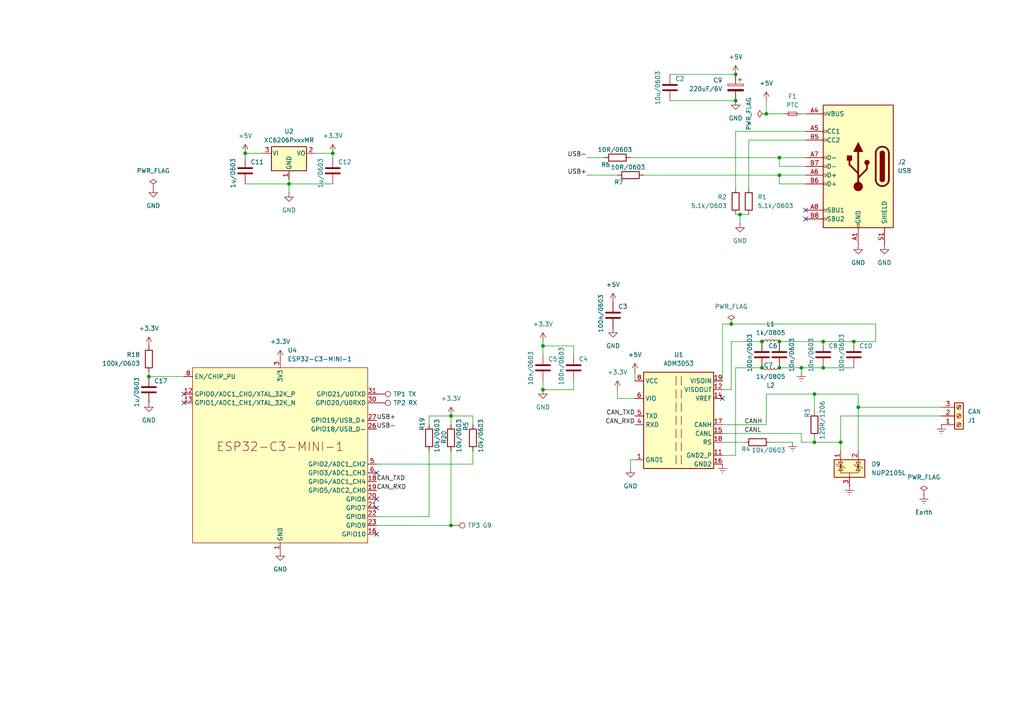
<source format=kicad_sch>
(kicad_sch (version 20250114) (generator "eeschema") (generator_version "9.0")
  (paper "A4")
  (lib_symbols
    (symbol "Connector:Screw_Terminal_01x03" (pin_names (offset 1.016) (hide yes))
      (property "Reference" "J" (at 0 5.08 0))
      (property "Value" "Screw_Terminal_01x03" (at 0 -5.08 0))
      (symbol "Screw_Terminal_01x03_1_1"
        (rectangle (start -1.27 3.81) (end 1.27 -3.81) (stroke (width 0.254)) (fill (type background)))
        (polyline (pts (xy -0.5334 2.8702) (xy 0.3302 2.032)) (stroke (width 0.1524)))
        (polyline (pts (xy -0.5334 0.3302) (xy 0.3302 -0.508)) (stroke (width 0.1524)))
        (polyline (pts (xy -0.5334 -2.2098) (xy 0.3302 -3.048)) (stroke (width 0.1524)))
        (polyline (pts (xy -0.3556 3.048) (xy 0.508 2.2098)) (stroke (width 0.1524)))
        (polyline (pts (xy -0.3556 0.508) (xy 0.508 -0.3302)) (stroke (width 0.1524)))
        (polyline (pts (xy -0.3556 -2.032) (xy 0.508 -2.8702)) (stroke (width 0.1524)))
        (circle (center 0 2.54) (radius 0.635) (stroke (width 0.1524)))
        (circle (center 0 0) (radius 0.635) (stroke (width 0.1524)))
        (circle (center 0 -2.54) (radius 0.635) (stroke (width 0.1524)))
        (pin passive line (at -5.08 2.54 0) (length 3.81) (name "Pin_1") (number "1"))
        (pin passive line (at -5.08 0 0) (length 3.81) (name "Pin_2") (number "2"))
        (pin passive line (at -5.08 -2.54 0) (length 3.81) (name "Pin_3") (number "3"))
      )
    )
    (symbol "Connector:TestPoint" (pin_numbers (hide yes)) (pin_names (offset 0.762) (hide yes))
      (property "Reference" "TP" (at 0 6.858 0))
      (property "Value" "TestPoint" (at 0 5.08 0))
      (symbol "TestPoint_0_1"
        (circle (center 0 3.302) (radius 0.762))
      )
      (symbol "TestPoint_1_1"
        (pin passive line (at 0 0 90) (length 2.54) (name "1") (number "1"))
      )
    )
    (symbol "Connector:USB_C_Receptacle_USB2.0_16P" (pin_names (offset 1.016))
      (property "Reference" "J" (at 0 22.225 0))
      (property "Value" "USB_C_Receptacle_USB2.0_16P" (at 0 19.685 0))
      (symbol "USB_C_Receptacle_USB2.0_16P_0_0"
        (rectangle (start -0.254 -17.78) (end 0.254 -16.764))
        (rectangle (start 10.16 15.494) (end 9.144 14.986))
        (rectangle (start 10.16 10.414) (end 9.144 9.906))
        (rectangle (start 10.16 7.874) (end 9.144 7.366))
        (rectangle (start 10.16 2.794) (end 9.144 2.286))
        (rectangle (start 10.16 0.254) (end 9.144 -0.254))
        (rectangle (start 10.16 -2.286) (end 9.144 -2.794))
        (rectangle (start 10.16 -4.826) (end 9.144 -5.334))
        (rectangle (start 10.16 -12.446) (end 9.144 -12.954))
        (rectangle (start 10.16 -14.986) (end 9.144 -15.494))
      )
      (symbol "USB_C_Receptacle_USB2.0_16P_0_1"
        (rectangle (start -10.16 17.78) (end 10.16 -17.78) (stroke (width 0.254)) (fill (type background)))
        (polyline (pts (xy -8.89 -3.81) (xy -8.89 3.81)) (stroke (width 0.508)))
        (rectangle (start -7.62 -3.81) (end -6.35 3.81) (stroke (width 0.254)) (fill (type outline)))
        (arc (start -7.62 3.81) (mid -6.985 4.4423) (end -6.35 3.81) (stroke (width 0.254)))
        (arc (start -7.62 3.81) (mid -6.985 4.4423) (end -6.35 3.81) (stroke (width 0.254)) (fill (type outline)))
        (arc (start -8.89 3.81) (mid -6.985 5.7067) (end -5.08 3.81) (stroke (width 0.508)))
        (arc (start -5.08 -3.81) (mid -6.985 -5.7067) (end -8.89 -3.81) (stroke (width 0.508)))
        (arc (start -6.35 -3.81) (mid -6.985 -4.4423) (end -7.62 -3.81) (stroke (width 0.254)))
        (arc (start -6.35 -3.81) (mid -6.985 -4.4423) (end -7.62 -3.81) (stroke (width 0.254)) (fill (type outline)))
        (polyline (pts (xy -5.08 3.81) (xy -5.08 -3.81)) (stroke (width 0.508)))
        (circle (center -2.54 1.143) (radius 0.635) (stroke (width 0.254)) (fill (type outline)))
        (polyline (pts (xy -1.27 4.318) (xy 0 6.858) (xy 1.27 4.318) (xy -1.27 4.318)) (stroke (width 0.254)) (fill (type outline)))
        (polyline (pts (xy 0 -2.032) (xy 2.54 0.508) (xy 2.54 1.778)) (stroke (width 0.508)))
        (polyline (pts (xy 0 -3.302) (xy -2.54 -0.762) (xy -2.54 0.508)) (stroke (width 0.508)))
        (polyline (pts (xy 0 -5.842) (xy 0 4.318)) (stroke (width 0.508)))
        (circle (center 0 -5.842) (radius 1.27) (fill (type outline)))
        (rectangle (start 1.905 1.778) (end 3.175 3.048) (stroke (width 0.254)) (fill (type outline)))
      )
      (symbol "USB_C_Receptacle_USB2.0_16P_1_1"
        (pin passive line (at -7.62 -22.86 90) (length 5.08) (name "SHIELD") (number "S1"))
        (pin passive line (at 0 -22.86 90) (length 5.08) (name "GND") (number "A1"))
        (pin passive line (at 0 -22.86 90) (length 5.08) (hide yes) (name "GND") (number "A12"))
        (pin passive line (at 0 -22.86 90) (length 5.08) (hide yes) (name "GND") (number "B1"))
        (pin passive line (at 0 -22.86 90) (length 5.08) (hide yes) (name "GND") (number "B12"))
        (pin passive line (at 15.24 15.24 180) (length 5.08) (name "VBUS") (number "A4"))
        (pin passive line (at 15.24 15.24 180) (length 5.08) (hide yes) (name "VBUS") (number "A9"))
        (pin passive line (at 15.24 15.24 180) (length 5.08) (hide yes) (name "VBUS") (number "B4"))
        (pin passive line (at 15.24 15.24 180) (length 5.08) (hide yes) (name "VBUS") (number "B9"))
        (pin bidirectional line (at 15.24 10.16 180) (length 5.08) (name "CC1") (number "A5"))
        (pin bidirectional line (at 15.24 7.62 180) (length 5.08) (name "CC2") (number "B5"))
        (pin bidirectional line (at 15.24 2.54 180) (length 5.08) (name "D-") (number "A7"))
        (pin bidirectional line (at 15.24 0 180) (length 5.08) (name "D-") (number "B7"))
        (pin bidirectional line (at 15.24 -2.54 180) (length 5.08) (name "D+") (number "A6"))
        (pin bidirectional line (at 15.24 -5.08 180) (length 5.08) (name "D+") (number "B6"))
        (pin bidirectional line (at 15.24 -12.7 180) (length 5.08) (name "SBU1") (number "A8"))
        (pin bidirectional line (at 15.24 -15.24 180) (length 5.08) (name "SBU2") (number "B8"))
      )
    )
    (symbol "Device:C" (pin_numbers (hide yes)) (pin_names (offset 0.254))
      (property "Reference" "C" (at 0.635 2.54 0))
      (property "Value" "C" (at 0.635 -2.54 0))
      (symbol "C_0_1"
        (polyline (pts (xy -2.032 0.762) (xy 2.032 0.762)) (stroke (width 0.508)))
        (polyline (pts (xy -2.032 -0.762) (xy 2.032 -0.762)) (stroke (width 0.508)))
      )
      (symbol "C_1_1"
        (pin passive line (at 0 3.81 270) (length 2.794) (name "~") (number "1"))
        (pin passive line (at 0 -3.81 90) (length 2.794) (name "~") (number "2"))
      )
    )
    (symbol "Device:C_Polarized" (pin_numbers (hide yes)) (pin_names (offset 0.254))
      (property "Reference" "C" (at 0.635 2.54 0))
      (property "Value" "C_Polarized" (at 0.635 -2.54 0))
      (symbol "C_Polarized_0_1"
        (rectangle (start -2.286 0.508) (end 2.286 1.016))
        (polyline (pts (xy -1.778 2.286) (xy -0.762 2.286)))
        (polyline (pts (xy -1.27 2.794) (xy -1.27 1.778)))
        (rectangle (start 2.286 -0.508) (end -2.286 -1.016) (fill (type outline)))
      )
      (symbol "C_Polarized_1_1"
        (pin passive line (at 0 3.81 270) (length 2.794) (name "~") (number "1"))
        (pin passive line (at 0 -3.81 90) (length 2.794) (name "~") (number "2"))
      )
    )
    (symbol "Device:Fuse_Small" (pin_numbers (hide yes)) (pin_names (offset 0.254) (hide yes))
      (property "Reference" "F" (at 0 -1.524 0))
      (property "Value" "Fuse_Small" (at 0 1.524 0))
      (symbol "Fuse_Small_0_1"
        (rectangle (start -1.27 0.508) (end 1.27 -0.508))
        (polyline (pts (xy -1.27 0) (xy 1.27 0)))
      )
      (symbol "Fuse_Small_1_1"
        (pin passive line (at -2.54 0 0) (length 1.27) (name "~") (number "1"))
        (pin passive line (at 2.54 0 180) (length 1.27) (name "~") (number "2"))
      )
    )
    (symbol "Device:L_Small" (pin_numbers (hide yes)) (pin_names (offset 0.254) (hide yes))
      (property "Reference" "L" (at 0.762 1.016 0))
      (property "Value" "L_Small" (at 0.762 -1.016 0))
      (symbol "L_Small_0_1"
        (arc (start 0 2.032) (mid 0.5058 1.524) (end 0 1.016))
        (arc (start 0 1.016) (mid 0.5058 0.508) (end 0 0))
        (arc (start 0 0) (mid 0.5058 -0.508) (end 0 -1.016))
        (arc (start 0 -1.016) (mid 0.5058 -1.524) (end 0 -2.032))
      )
      (symbol "L_Small_1_1"
        (pin passive line (at 0 2.54 270) (length 0.508) (name "~") (number "1"))
        (pin passive line (at 0 -2.54 90) (length 0.508) (name "~") (number "2"))
      )
    )
    (symbol "Device:R" (pin_numbers (hide yes)) (pin_names (offset 0))
      (property "Reference" "R" (at 2.032 0 90))
      (property "Value" "R" (at 0 0 90))
      (symbol "R_0_1"
        (rectangle (start -1.016 -2.54) (end 1.016 2.54) (stroke (width 0.254)))
      )
      (symbol "R_1_1"
        (pin passive line (at 0 3.81 270) (length 1.27) (name "~") (number "1"))
        (pin passive line (at 0 -3.81 90) (length 1.27) (name "~") (number "2"))
      )
    )
    (symbol "Interface_CAN_LIN:ADM3053"
      (property "Reference" "U1" (at 0 17.78 0))
      (property "Value" "ADM3053" (at 0 15.24 0))
      (symbol "ADM3053_0_1"
        (rectangle (start -10.16 12.7) (end 10.16 -15.24) (stroke (width 0.254)) (fill (type background)))
        (polyline (pts (xy -0.762 11.43) (xy -0.762 8.89)))
        (polyline (pts (xy -0.762 7.62) (xy -0.762 5.08)))
        (polyline (pts (xy -0.762 3.81) (xy -0.762 1.27)))
        (polyline (pts (xy -0.762 0) (xy -0.762 -2.54)))
        (polyline (pts (xy -0.762 -3.81) (xy -0.762 -6.35)))
        (polyline (pts (xy -0.762 -7.62) (xy -0.762 -10.16)))
        (polyline (pts (xy -0.762 -11.43) (xy -0.762 -13.97)))
        (polyline (pts (xy 0.762 8.89) (xy 0.762 11.43)))
        (polyline (pts (xy 0.762 5.08) (xy 0.762 7.62)))
        (polyline (pts (xy 0.762 1.27) (xy 0.762 3.81)))
        (polyline (pts (xy 0.762 -2.54) (xy 0.762 0)))
        (polyline (pts (xy 0.762 -3.81) (xy 0.762 -6.35)))
        (polyline (pts (xy 0.762 -7.62) (xy 0.762 -10.16)))
        (polyline (pts (xy 0.762 -11.43) (xy 0.762 -13.97)))
      )
      (symbol "ADM3053_1_1"
        (pin power_in line (at -12.7 10.16 0) (length 2.54) (name "VCC") (number "8"))
        (pin power_in line (at -12.7 5.08 0) (length 2.54) (name "VIO") (number "6"))
        (pin input line (at -12.7 0 0) (length 2.54) (name "TXD") (number "5"))
        (pin output line (at -12.7 -2.54 0) (length 2.54) (name "RXD") (number "4"))
        (pin power_in line (at -12.7 -12.7 0) (length 2.54) (name "GND1") (number "1"))
        (pin passive line (at -12.7 -12.7 0) (length 2.54) (hide yes) (name "GND1") (number "10"))
        (pin passive line (at -12.7 -12.7 0) (length 2.54) (hide yes) (name "GND1") (number "3"))
        (pin passive line (at -12.7 -12.7 0) (length 2.54) (hide yes) (name "GND1") (number "7"))
        (pin passive line (at -12.7 -12.7 0) (length 2.54) (hide yes) (name "GND1") (number "9"))
        (pin no_connect line (at -2.54 -15.24 90) (length 2.54) (hide yes) (name "NC") (number "2"))
        (pin power_in line (at 12.7 10.16 180) (length 2.54) (name "VISOIN") (number "19"))
        (pin power_out line (at 12.7 7.62 180) (length 2.54) (name "VISOOUT") (number "12"))
        (pin input line (at 12.7 5.08 180) (length 2.54) (name "VREF") (number "14"))
        (pin bidirectional line (at 12.7 -2.54 180) (length 2.54) (name "CANH") (number "17"))
        (pin bidirectional line (at 12.7 -5.08 180) (length 2.54) (name "CANL") (number "15"))
        (pin input line (at 12.7 -7.62 180) (length 2.54) (name "RS") (number "18"))
        (pin passive line (at 12.7 -11.43 180) (length 2.54) (name "GND2_P") (number "11"))
        (pin passive line (at 12.7 -11.43 180) (length 2.54) (hide yes) (name "GND2_P") (number "13"))
        (pin passive line (at 12.7 -13.97 180) (length 2.54) (name "GND2") (number "16"))
        (pin passive line (at 12.7 -13.97 180) (length 2.54) (hide yes) (name "GND2") (number "20"))
      )
    )
    (symbol "Power_Protection:NUP2105L" (pin_names (hide yes))
      (property "Reference" "D" (at 5.715 2.54 0))
      (property "Value" "NUP2105L" (at 5.715 0.635 0))
      (symbol "NUP2105L_0_0"
        (pin passive line (at 0 -5.08 90) (length 2.54) (name "A") (number "3"))
      )
      (symbol "NUP2105L_0_1"
        (rectangle (start -4.445 2.54) (end 4.445 -2.54) (stroke (width 0.254)) (fill (type background)))
        (polyline (pts (xy -3.81 1.27) (xy -3.175 0.635) (xy -1.905 0.635) (xy -1.27 0)))
        (polyline (pts (xy -2.54 2.54) (xy -2.54 0.635)))
        (polyline (pts (xy -2.54 0.635) (xy -2.54 -1.27) (xy 2.54 -1.27) (xy 2.54 0.635)))
        (polyline (pts (xy -2.54 0.635) (xy -1.905 -0.635) (xy -3.175 -0.635) (xy -2.54 0.635)))
        (polyline (pts (xy -2.54 0.635) (xy -3.175 1.905) (xy -1.905 1.905) (xy -2.54 0.635) (xy -2.54 1.27)))
        (polyline (pts (xy 0 -1.27) (xy 0 -2.54)))
        (polyline (pts (xy 1.27 1.27) (xy 1.905 0.635) (xy 2.54 0.635) (xy 3.175 0.635) (xy 3.81 0)))
        (polyline (pts (xy 2.54 2.54) (xy 2.54 0.635)))
        (polyline (pts (xy 2.54 0.635) (xy 1.905 -0.635) (xy 3.175 -0.635) (xy 2.54 0.635)))
        (polyline (pts (xy 2.54 0.635) (xy 3.175 1.905) (xy 1.905 1.905) (xy 2.54 0.635)))
      )
      (symbol "NUP2105L_1_1"
        (pin passive line (at -2.54 5.08 270) (length 2.54) (name "K") (number "1"))
        (pin passive line (at 2.54 5.08 270) (length 2.54) (name "K") (number "2"))
      )
    )
    (symbol "Regulator_Linear:XC6206PxxxMR" (pin_names (offset 0.254))
      (property "Reference" "U" (at -3.81 3.175 0))
      (property "Value" "XC6206PxxxMR" (at 0 3.175 0))
      (symbol "XC6206PxxxMR_0_1"
        (rectangle (start -5.08 1.905) (end 5.08 -5.08) (stroke (width 0.254)) (fill (type background)))
      )
      (symbol "XC6206PxxxMR_1_1"
        (pin power_in line (at -7.62 0 0) (length 2.54) (name "VI") (number "3"))
        (pin power_in line (at 0 -7.62 90) (length 2.54) (name "GND") (number "1"))
        (pin power_out line (at 7.62 0 180) (length 2.54) (name "VO") (number "2"))
      )
    )
    (symbol "espressif:ESP32-C3-MINI-1"
      (property "Reference" "U" (at -25.4 30.48 0))
      (property "Value" "ESP32-C3-MINI-1" (at -25.4 27.94 0))
      (symbol "ESP32-C3-MINI-1_0_0"
        (text "ESP32-C3-MINI-1" (at 0 2.54 0) (effects (font (size 2.54 2.54))))
      )
      (symbol "ESP32-C3-MINI-1_0_1"
        (rectangle (start -25.4 25.4) (end 25.4 -25.4) (fill (type background)))
      )
      (symbol "ESP32-C3-MINI-1_1_1"
        (pin input line (at -27.94 22.86 0) (length 2.54) (name "EN/CHIP_PU") (number "8"))
        (pin bidirectional line (at -27.94 17.78 0) (length 2.54) (name "GPIO0/ADC1_CH0/XTAL_32K_P") (number "12"))
        (pin bidirectional line (at -27.94 15.24 0) (length 2.54) (name "GPIO1/ADC1_CH1/XTAL_32K_N") (number "13"))
        (pin no_connect line (at -25.4 10.16 0) (length 2.54) (hide yes) (name "NC") (number "4"))
        (pin no_connect line (at -25.4 7.62 0) (length 2.54) (hide yes) (name "NC") (number "7"))
        (pin no_connect line (at -25.4 5.08 0) (length 2.54) (hide yes) (name "NC") (number "9"))
        (pin no_connect line (at -25.4 2.54 0) (length 2.54) (hide yes) (name "NC") (number "10"))
        (pin no_connect line (at -25.4 0 0) (length 2.54) (hide yes) (name "NC") (number "15"))
        (pin no_connect line (at -25.4 -2.54 0) (length 2.54) (hide yes) (name "NC") (number "17"))
        (pin no_connect line (at -25.4 -5.08 0) (length 2.54) (hide yes) (name "NC") (number "24"))
        (pin no_connect line (at -25.4 -7.62 0) (length 2.54) (hide yes) (name "NC") (number "25"))
        (pin no_connect line (at -25.4 -10.16 0) (length 2.54) (hide yes) (name "NC") (number "28"))
        (pin no_connect line (at -25.4 -12.7 0) (length 2.54) (hide yes) (name "NC") (number "29"))
        (pin no_connect line (at -25.4 -15.24 0) (length 2.54) (hide yes) (name "NC") (number "32"))
        (pin no_connect line (at -25.4 -17.78 0) (length 2.54) (hide yes) (name "NC") (number "33"))
        (pin no_connect line (at -25.4 -20.32 0) (length 2.54) (hide yes) (name "NC") (number "34"))
        (pin no_connect line (at -25.4 -22.86 0) (length 2.54) (hide yes) (name "NC") (number "35"))
        (pin power_in line (at 0 27.94 270) (length 2.54) (name "3V3") (number "3"))
        (pin power_in line (at 0 -27.94 90) (length 2.54) (name "GND") (number "1"))
        (pin passive line (at 0 -27.94 90) (length 2.54) (hide yes) (name "GND") (number "11"))
        (pin passive line (at 0 -27.94 90) (length 2.54) (hide yes) (name "GND") (number "14"))
        (pin passive line (at 0 -27.94 90) (length 2.54) (hide yes) (name "GND") (number "2"))
        (pin passive line (at 0 -27.94 90) (length 2.54) (hide yes) (name "GND") (number "36"))
        (pin passive line (at 0 -27.94 90) (length 2.54) (hide yes) (name "GND") (number "37"))
        (pin passive line (at 0 -27.94 90) (length 2.54) (hide yes) (name "GND") (number "38"))
        (pin passive line (at 0 -27.94 90) (length 2.54) (hide yes) (name "GND") (number "39"))
        (pin passive line (at 0 -27.94 90) (length 2.54) (hide yes) (name "GND") (number "40"))
        (pin passive line (at 0 -27.94 90) (length 2.54) (hide yes) (name "GND") (number "41"))
        (pin passive line (at 0 -27.94 90) (length 2.54) (hide yes) (name "GND") (number "42"))
        (pin passive line (at 0 -27.94 90) (length 2.54) (hide yes) (name "GND") (number "43"))
        (pin passive line (at 0 -27.94 90) (length 2.54) (hide yes) (name "GND") (number "44"))
        (pin passive line (at 0 -27.94 90) (length 2.54) (hide yes) (name "GND") (number "45"))
        (pin passive line (at 0 -27.94 90) (length 2.54) (hide yes) (name "GND") (number "46"))
        (pin passive line (at 0 -27.94 90) (length 2.54) (hide yes) (name "GND") (number "47"))
        (pin passive line (at 0 -27.94 90) (length 2.54) (hide yes) (name "GND") (number "48"))
        (pin passive line (at 0 -27.94 90) (length 2.54) (hide yes) (name "GND") (number "49"))
        (pin passive line (at 0 -27.94 90) (length 2.54) (hide yes) (name "GND") (number "50"))
        (pin passive line (at 0 -27.94 90) (length 2.54) (hide yes) (name "GND") (number "51"))
        (pin passive line (at 0 -27.94 90) (length 2.54) (hide yes) (name "GND") (number "52"))
        (pin passive line (at 0 -27.94 90) (length 2.54) (hide yes) (name "GND") (number "53"))
        (pin bidirectional line (at 27.94 17.78 180) (length 2.54) (name "GPIO21/U0TXD") (number "31"))
        (pin bidirectional line (at 27.94 15.24 180) (length 2.54) (name "GPIO20/U0RXD") (number "30"))
        (pin bidirectional line (at 27.94 10.16 180) (length 2.54) (name "GPIO19/USB_D+") (number "27"))
        (pin bidirectional line (at 27.94 7.62 180) (length 2.54) (name "GPIO18/USB_D-") (number "26"))
        (pin bidirectional line (at 27.94 -2.54 180) (length 2.54) (name "GPIO2/ADC1_CH2") (number "5"))
        (pin bidirectional line (at 27.94 -5.08 180) (length 2.54) (name "GPIO3/ADC1_CH3") (number "6"))
        (pin bidirectional line (at 27.94 -7.62 180) (length 2.54) (name "GPIO4/ADC1_CH4") (number "18"))
        (pin bidirectional line (at 27.94 -10.16 180) (length 2.54) (name "GPIO5/ADC2_CH0") (number "19"))
        (pin bidirectional line (at 27.94 -12.7 180) (length 2.54) (name "GPIO6") (number "20"))
        (pin bidirectional line (at 27.94 -15.24 180) (length 2.54) (name "GPIO7") (number "21"))
        (pin bidirectional line (at 27.94 -17.78 180) (length 2.54) (name "GPIO8") (number "22"))
        (pin bidirectional line (at 27.94 -20.32 180) (length 2.54) (name "GPIO9") (number "23"))
        (pin bidirectional line (at 27.94 -22.86 180) (length 2.54) (name "GPIO10") (number "16"))
      )
    )
    (symbol "power:+3.3V" (power) (pin_numbers (hide yes)) (pin_names (offset 0) (hide yes))
      (property "Value" "+3.3V" (at 0 3.556 0))
      (symbol "+3.3V_0_1"
        (polyline (pts (xy -0.762 1.27) (xy 0 2.54)))
        (polyline (pts (xy 0 2.54) (xy 0.762 1.27)))
        (polyline (pts (xy 0 0) (xy 0 2.54)))
      )
      (symbol "+3.3V_1_1"
        (pin power_in line (at 0 0 90) (length 0) (name "~") (number "1"))
      )
    )
    (symbol "power:+5V" (power) (pin_numbers (hide yes)) (pin_names (offset 0) (hide yes))
      (property "Value" "+5V" (at 0 3.556 0))
      (symbol "+5V_0_1"
        (polyline (pts (xy -0.762 1.27) (xy 0 2.54)))
        (polyline (pts (xy 0 2.54) (xy 0.762 1.27)))
        (polyline (pts (xy 0 0) (xy 0 2.54)))
      )
      (symbol "+5V_1_1"
        (pin power_in line (at 0 0 90) (length 0) (name "~") (number "1"))
      )
    )
    (symbol "power:Earth" (power) (pin_numbers (hide yes)) (pin_names (offset 0) (hide yes))
      (property "Value" "Earth" (at 0 -3.81 0))
      (symbol "Earth_0_1"
        (polyline (pts (xy -0.635 -1.905) (xy 0.635 -1.905)))
        (polyline (pts (xy -0.127 -2.54) (xy 0.127 -2.54)))
        (polyline (pts (xy 0 -1.27) (xy 0 0)))
        (polyline (pts (xy 1.27 -1.27) (xy -1.27 -1.27)))
      )
      (symbol "Earth_1_1"
        (pin power_in line (at 0 0 270) (length 0) (name "~") (number "1"))
      )
    )
    (symbol "power:GND" (power) (pin_numbers (hide yes)) (pin_names (offset 0) (hide yes))
      (property "Value" "GND" (at 0 -3.81 0))
      (symbol "GND_0_1"
        (polyline (pts (xy 0 0) (xy 0 -1.27) (xy 1.27 -1.27) (xy 0 -2.54) (xy -1.27 -1.27) (xy 0 -1.27)))
      )
      (symbol "GND_1_1"
        (pin power_in line (at 0 0 270) (length 0) (name "~") (number "1"))
      )
    )
    (symbol "power:PWR_FLAG" (power) (pin_numbers (hide yes)) (pin_names (offset 0) (hide yes))
      (property "Value" "PWR_FLAG" (at 0 3.81 0))
      (symbol "PWR_FLAG_0_0"
        (pin power_out line (at 0 0 90) (length 0) (name "~") (number "1"))
      )
      (symbol "PWR_FLAG_0_1"
        (polyline (pts (xy 0 0) (xy 0 1.27) (xy -1.016 1.905) (xy 0 2.54) (xy 1.016 1.905) (xy 0 1.27)))
      )
    )
  )
  (junction (at 247.65 99.06))
  (junction (at 238.76 106.68))
  (junction (at 157.48 100.33))
  (junction (at 232.41 106.68))
  (junction (at 222.25 33.02))
  (junction (at 96.52 44.45))
  (junction (at 213.36 29.21))
  (junction (at 213.36 21.59))
  (junction (at 248.92 118.11))
  (junction (at 212.09 93.98))
  (junction (at 130.81 120.65))
  (junction (at 157.48 113.03))
  (junction (at 226.06 50.8))
  (junction (at 226.06 45.72))
  (junction (at 130.81 152.4))
  (junction (at 236.22 128.27))
  (junction (at 226.06 99.06))
  (junction (at 226.06 106.68))
  (junction (at 71.12 44.45))
  (junction (at 243.84 128.27))
  (junction (at 220.98 99.06))
  (junction (at 220.98 106.68))
  (junction (at 238.76 99.06))
  (junction (at 83.82 53.34))
  (junction (at 43.18 109.22))
  (junction (at 236.22 114.3))
  (junction (at 214.63 62.23))
  (no_connect (at 109.22 137.16))
  (no_connect (at 233.68 60.96))
  (no_connect (at 233.68 63.5))
  (no_connect (at 209.55 115.57))
  (no_connect (at 109.22 154.94))
  (no_connect (at 109.22 144.78))
  (no_connect (at 53.34 114.3))
  (no_connect (at 109.22 147.32))
  (no_connect (at 53.34 116.84))
  (wire (pts (xy 243.84 120.65) (xy 243.84 128.27)))
  (wire (pts (xy 226.06 99.06) (xy 238.76 99.06)))
  (wire (pts (xy 233.68 38.1) (xy 213.36 38.1)))
  (wire (pts (xy 232.41 106.68) (xy 238.76 106.68)))
  (wire (pts (xy 247.65 99.06) (xy 254 99.06)))
  (wire (pts (xy 209.55 93.98) (xy 209.55 110.49)))
  (wire (pts (xy 213.36 106.68) (xy 213.36 132.08)))
  (wire (pts (xy 184.15 115.57) (xy 179.07 115.57)))
  (wire (pts (xy 166.37 102.87) (xy 166.37 100.33)))
  (wire (pts (xy 170.18 50.8) (xy 179.07 50.8)))
  (wire (pts (xy 238.76 99.06) (xy 247.65 99.06)))
  (wire (pts (xy 83.82 53.34) (xy 96.52 53.34)))
  (wire (pts (xy 248.92 118.11) (xy 273.05 118.11)))
  (wire (pts (xy 184.15 107.95) (xy 184.15 110.49)))
  (wire (pts (xy 71.12 45.72) (xy 71.12 44.45)))
  (wire (pts (xy 243.84 130.81) (xy 243.84 128.27)))
  (wire (pts (xy 222.25 114.3) (xy 222.25 123.19)))
  (wire (pts (xy 217.17 40.64) (xy 217.17 54.61)))
  (wire (pts (xy 166.37 100.33) (xy 157.48 100.33)))
  (wire (pts (xy 137.16 134.62) (xy 137.16 130.81)))
  (wire (pts (xy 91.44 44.45) (xy 96.52 44.45)))
  (wire (pts (xy 124.46 149.86) (xy 124.46 130.81)))
  (wire (pts (xy 83.82 52.07) (xy 83.82 53.34)))
  (wire (pts (xy 209.55 128.27) (xy 215.9 128.27)))
  (wire (pts (xy 236.22 128.27) (xy 236.22 127)))
  (wire (pts (xy 137.16 120.65) (xy 137.16 123.19)))
  (wire (pts (xy 83.82 53.34) (xy 83.82 55.88)))
  (wire (pts (xy 226.06 53.34) (xy 226.06 50.8)))
  (wire (pts (xy 212.09 113.03) (xy 212.09 99.06)))
  (wire (pts (xy 130.81 152.4) (xy 130.81 130.81)))
  (wire (pts (xy 248.92 114.3) (xy 236.22 114.3)))
  (wire (pts (xy 186.69 50.8) (xy 226.06 50.8)))
  (wire (pts (xy 124.46 123.19) (xy 124.46 120.65)))
  (wire (pts (xy 232.41 33.02) (xy 233.68 33.02)))
  (wire (pts (xy 137.16 120.65) (xy 130.81 120.65)))
  (wire (pts (xy 179.07 115.57) (xy 179.07 113.03)))
  (wire (pts (xy 232.41 107.95) (xy 232.41 106.68)))
  (wire (pts (xy 233.68 48.26) (xy 226.06 48.26)))
  (wire (pts (xy 157.48 100.33) (xy 157.48 102.87)))
  (wire (pts (xy 226.06 48.26) (xy 226.06 45.72)))
  (wire (pts (xy 226.06 45.72) (xy 182.88 45.72)))
  (wire (pts (xy 96.52 44.45) (xy 96.52 45.72)))
  (wire (pts (xy 109.22 152.4) (xy 130.81 152.4)))
  (wire (pts (xy 43.18 107.95) (xy 43.18 109.22)))
  (wire (pts (xy 157.48 110.49) (xy 157.48 113.03)))
  (wire (pts (xy 222.25 33.02) (xy 222.25 29.21)))
  (wire (pts (xy 213.36 132.08) (xy 209.55 132.08)))
  (wire (pts (xy 194.31 29.21) (xy 213.36 29.21)))
  (wire (pts (xy 248.92 118.11) (xy 248.92 114.3)))
  (wire (pts (xy 212.09 99.06) (xy 220.98 99.06)))
  (wire (pts (xy 71.12 44.45) (xy 76.2 44.45)))
  (wire (pts (xy 227.33 33.02) (xy 222.25 33.02)))
  (wire (pts (xy 109.22 134.62) (xy 137.16 134.62)))
  (wire (pts (xy 232.41 106.68) (xy 226.06 106.68)))
  (wire (pts (xy 213.36 38.1) (xy 213.36 54.61)))
  (wire (pts (xy 232.41 128.27) (xy 236.22 128.27)))
  (wire (pts (xy 170.18 45.72) (xy 175.26 45.72)))
  (wire (pts (xy 243.84 128.27) (xy 236.22 128.27)))
  (wire (pts (xy 194.31 21.59) (xy 213.36 21.59)))
  (wire (pts (xy 213.36 62.23) (xy 214.63 62.23)))
  (wire (pts (xy 233.68 40.64) (xy 217.17 40.64)))
  (wire (pts (xy 238.76 106.68) (xy 247.65 106.68)))
  (wire (pts (xy 214.63 62.23) (xy 217.17 62.23)))
  (wire (pts (xy 254 99.06) (xy 254 93.98)))
  (wire (pts (xy 166.37 110.49) (xy 166.37 113.03)))
  (wire (pts (xy 233.68 45.72) (xy 226.06 45.72)))
  (wire (pts (xy 226.06 50.8) (xy 233.68 50.8)))
  (wire (pts (xy 222.25 114.3) (xy 236.22 114.3)))
  (wire (pts (xy 209.55 113.03) (xy 212.09 113.03)))
  (wire (pts (xy 157.48 99.06) (xy 157.48 100.33)))
  (wire (pts (xy 209.55 125.73) (xy 232.41 125.73)))
  (wire (pts (xy 43.18 109.22) (xy 53.34 109.22)))
  (wire (pts (xy 184.15 133.35) (xy 182.88 133.35)))
  (wire (pts (xy 236.22 114.3) (xy 236.22 119.38)))
  (wire (pts (xy 212.09 93.98) (xy 209.55 93.98)))
  (wire (pts (xy 166.37 113.03) (xy 157.48 113.03)))
  (wire (pts (xy 254 93.98) (xy 212.09 93.98)))
  (wire (pts (xy 220.98 106.68) (xy 213.36 106.68)))
  (wire (pts (xy 232.41 125.73) (xy 232.41 128.27)))
  (wire (pts (xy 209.55 123.19) (xy 222.25 123.19)))
  (wire (pts (xy 214.63 62.23) (xy 214.63 64.77)))
  (wire (pts (xy 233.68 53.34) (xy 226.06 53.34)))
  (wire (pts (xy 182.88 133.35) (xy 182.88 135.89)))
  (wire (pts (xy 223.52 128.27) (xy 229.87 128.27)))
  (wire (pts (xy 273.05 120.65) (xy 243.84 120.65)))
  (wire (pts (xy 248.92 130.81) (xy 248.92 118.11)))
  (wire (pts (xy 130.81 120.65) (xy 130.81 123.19)))
  (wire (pts (xy 124.46 120.65) (xy 130.81 120.65)))
  (wire (pts (xy 109.22 149.86) (xy 124.46 149.86)))
  (wire (pts (xy 71.12 53.34) (xy 83.82 53.34)))
  (label "USB+" (at 170.18 50.8 180))
  (label "USB-" (at 170.18 45.72 180))
  (label "CANH" (at 215.9 123.19 0))
  (label "USB+" (at 109.22 121.92 0))
  (label "USB-" (at 109.22 124.46 0))
  (label "CAN_TXD" (at 109.22 139.7 0))
  (label "CAN_RXD" (at 109.22 142.24 0))
  (label "CANL" (at 215.9 125.73 0))
  (label "CAN_TXD" (at 184.15 120.65 180))
  (label "CAN_RXD" (at 184.15 123.19 180))
  (symbol (lib_id "Device:R") (at 124.46 127 0) (unit 1)
    (property "Reference" "R19" (at 122.428 124.968 90) (effects (justify left)))
    (property "Value" "10k/0603" (at 126.746 131.318 90) (effects (justify left)))
    (property "Footprint" "Resistor_SMD:R_0603_1608Metric" (effects (hide yes)))
    (property "Description" "Resistor" (effects (hide yes)))
  )
  (symbol (lib_id "power:GND") (at 43.18 116.84 0) (unit 1)
    (property "Reference" "#PWR023" (effects (hide yes)))
    (property "Value" "GND" (at 43.18 121.92 0))
    (property "Description" "Power symbol creates a global label with name \"GND\" , ground" (effects (hide yes)))
  )
  (symbol (lib_id "power:+5V") (at 71.12 44.45 0) (unit 1)
    (property "Reference" "#PWR022" (effects (hide yes)))
    (property "Value" "+5V" (at 71.12 39.37 0))
    (property "Description" "Power symbol creates a global label with name \"+5V\"" (effects (hide yes)))
  )
  (symbol (lib_id "power:+3.3V") (at 130.81 120.65 0) (unit 1)
    (property "Reference" "#PWR028" (effects (hide yes)))
    (property "Value" "+3.3V" (at 130.81 115.57 0))
    (property "Description" "Power symbol creates a global label with name \"+3.3V\"" (effects (hide yes)))
  )
  (symbol (lib_id "power:+3.3V") (at 81.28 104.14 0) (unit 1)
    (property "Reference" "#PWR032" (effects (hide yes)))
    (property "Value" "+3.3V" (at 81.28 99.06 0))
    (property "Description" "Power symbol creates a global label with name \"+3.3V\"" (effects (hide yes)))
  )
  (symbol (lib_id "Device:R") (at 217.17 58.42 180) (unit 1)
    (property "Reference" "R1" (at 219.71 57.1499 0) (effects (justify right)))
    (property "Value" "5.1k/0603" (at 219.71 59.6899 0) (effects (justify right)))
    (property "Footprint" "Resistor_SMD:R_0603_1608Metric" (effects (hide yes)))
    (property "Description" "Resistor" (effects (hide yes)))
  )
  (symbol (lib_id "power:GND") (at 83.82 55.88 0) (unit 1)
    (property "Reference" "#PWR021" (effects (hide yes)))
    (property "Value" "GND" (at 83.82 60.96 0))
    (property "Description" "Power symbol creates a global label with name \"GND\" , ground" (effects (hide yes)))
  )
  (symbol (lib_id "power:+5V") (at 213.36 21.59 0) (unit 1)
    (property "Reference" "#PWR05" (effects (hide yes)))
    (property "Value" "+5V" (at 213.36 16.51 0))
    (property "Description" "Power symbol creates a global label with name \"+5V\"" (effects (hide yes)))
  )
  (symbol (lib_id "Device:R") (at 130.81 127 0) (unit 1)
    (property "Reference" "R20" (at 128.778 128.778 90) (effects (justify left)))
    (property "Value" "10k/0603" (at 133.096 131.318 90) (effects (justify left)))
    (property "Footprint" "Resistor_SMD:R_0603_1608Metric" (effects (hide yes)))
    (property "Description" "Resistor" (effects (hide yes)))
  )
  (symbol (lib_id "Interface_CAN_LIN:ADM3053") (at 196.85 120.65 0) (unit 1)
    (property "Reference" "U1" (at 196.85 102.87 0))
    (property "Value" "ADM3053" (at 196.85 105.41 0))
    (property "Footprint" "Package_SO:SOIC-20W_7.5x12.8mm_P1.27mm" (effects (hide yes)))
    (property "Datasheet" "https://www.analog.com/media/en/technical-documentation/data-sheets/ADM3053.pdf" (effects (hide yes)))
    (property "Description" "Isolated CAN Transceiver, integrated isolated DC-DC converter, 1Mbps" (effects (hide yes)))
  )
  (symbol (lib_id "power:GND") (at 182.88 135.89 0) (unit 1)
    (property "Reference" "#PWR03" (effects (hide yes)))
    (property "Value" "GND" (at 182.88 140.97 0))
    (property "Description" "Power symbol creates a global label with name \"GND\" , ground" (effects (hide yes)))
  )
  (symbol (lib_id "Connector:TestPoint") (at 109.22 114.3 270) (unit 1)
    (property "Reference" "TP1" (at 114.046 114.3 90) (effects (justify left)))
    (property "Value" "TX" (at 118.364 114.3 90) (effects (justify left)))
    (property "Footprint" "TestPoint:TestPoint_Pad_D1.0mm" (effects (hide yes)))
    (property "Description" "test point" (effects (hide yes)))
  )
  (symbol (lib_id "Device:R") (at 213.36 58.42 0) (mirror x) (unit 1)
    (property "Reference" "R2" (at 210.82 57.1499 0) (effects (justify right)))
    (property "Value" "5.1k/0603" (at 210.82 59.6899 0) (effects (justify right)))
    (property "Footprint" "Resistor_SMD:R_0603_1608Metric" (effects (hide yes)))
    (property "Description" "Resistor" (effects (hide yes)))
  )
  (symbol (lib_id "power:+3.3V") (at 96.52 44.45 0) (unit 1)
    (property "Reference" "#PWR025" (effects (hide yes)))
    (property "Value" "+3.3V" (at 96.52 39.37 0))
    (property "Description" "Power symbol creates a global label with name \"+3.3V\"" (effects (hide yes)))
  )
  (symbol (lib_id "power:Earth") (at 273.05 123.19 0) (unit 1)
    (property "Reference" "#PWR017" (effects (hide yes)))
    (property "Value" "Earth" (effects (hide yes)))
    (property "Description" "Power symbol creates a global label with name \"Earth\"" (effects (hide yes)))
  )
  (symbol (lib_id "power:GND") (at 214.63 64.77 0) (unit 1)
    (property "Reference" "#PWR013" (effects (hide yes)))
    (property "Value" "GND" (at 214.63 69.85 0))
    (property "Description" "Power symbol creates a global label with name \"GND\" , ground" (effects (hide yes)))
  )
  (symbol (lib_id "power:+5V") (at 222.25 29.21 0) (unit 1)
    (property "Reference" "#PWR04" (effects (hide yes)))
    (property "Value" "+5V" (at 222.25 24.13 0))
    (property "Description" "Power symbol creates a global label with name \"+5V\"" (effects (hide yes)))
  )
  (symbol (lib_id "power:+5V") (at 184.15 107.95 0) (unit 1)
    (property "Reference" "#PWR09" (effects (hide yes)))
    (property "Value" "+5V" (at 184.15 102.87 0))
    (property "Description" "Power symbol creates a global label with name \"+5V\"" (effects (hide yes)))
  )
  (symbol (lib_id "power:+5V") (at 177.8 87.63 0) (unit 1)
    (property "Reference" "#PWR07" (effects (hide yes)))
    (property "Value" "+5V" (at 177.8 82.55 0))
    (property "Description" "Power symbol creates a global label with name \"+5V\"" (effects (hide yes)))
  )
  (symbol (lib_id "Device:R") (at 179.07 45.72 90) (unit 1)
    (property "Reference" "R6" (at 177.038 47.752 90) (effects (justify left)))
    (property "Value" "10R/0603" (at 183.388 43.434 90) (effects (justify left)))
    (property "Footprint" "Resistor_SMD:R_0603_1608Metric" (effects (hide yes)))
    (property "Description" "Resistor" (effects (hide yes)))
  )
  (symbol (lib_id "power:PWR_FLAG") (at 212.09 93.98 0) (unit 1)
    (property "Reference" "#FLG02" (effects (hide yes)))
    (property "Value" "PWR_FLAG" (at 212.09 88.9 0))
    (property "Description" "Special symbol for telling ERC where power comes from" (effects (hide yes)))
  )
  (symbol (lib_id "Power_Protection:NUP2105L") (at 246.38 135.89 0) (unit 1)
    (property "Reference" "D9" (at 252.73 134.6199 0) (effects (justify left)))
    (property "Value" "NUP2105L" (at 252.73 137.1599 0) (effects (justify left)))
    (property "Footprint" "Package_TO_SOT_SMD:SOT-23" (effects (hide yes)))
    (property "Datasheet" "https://www.onsemi.com/pub_link/Collateral/NUP2105L-D.PDF" (effects (hide yes)))
    (property "Description" "Dual Line CAN Bus Protector, 24Vrwm" (effects (hide yes)))
  )
  (symbol (lib_id "Device:C") (at 157.48 106.68 0) (unit 1)
    (property "Reference" "C5" (at 159.004 104.14 0) (effects (justify left)))
    (property "Value" "10n/0603" (at 153.924 111.76 90) (effects (justify left)))
    (property "Footprint" "Capacitor_SMD:C_0603_1608Metric" (effects (hide yes)))
    (property "Description" "Unpolarized capacitor" (effects (hide yes)))
  )
  (symbol (lib_id "Device:C") (at 96.52 49.53 0) (unit 1)
    (property "Reference" "C12" (at 98.044 46.99 0) (effects (justify left)))
    (property "Value" "1u/0603" (at 92.964 54.61 90) (effects (justify left)))
    (property "Footprint" "Capacitor_SMD:C_0603_1608Metric" (effects (hide yes)))
    (property "Description" "Unpolarized capacitor" (effects (hide yes)))
  )
  (symbol (lib_id "power:GND") (at 157.48 113.03 0) (unit 1)
    (property "Reference" "#PWR011" (effects (hide yes)))
    (property "Value" "GND" (at 157.48 118.11 0))
    (property "Description" "Power symbol creates a global label with name \"GND\" , ground" (effects (hide yes)))
  )
  (symbol (lib_id "Device:C") (at 226.06 102.87 0) (mirror y) (unit 1)
    (property "Reference" "C6" (at 225.552 100.33 0) (effects (justify left)))
    (property "Value" "10n/0603" (at 229.616 107.95 90) (effects (justify left)))
    (property "Footprint" "Capacitor_SMD:C_0603_1608Metric" (effects (hide yes)))
    (property "Description" "Unpolarized capacitor" (effects (hide yes)))
  )
  (symbol (lib_id "power:+3.3V") (at 157.48 99.06 0) (unit 1)
    (property "Reference" "#PWR010" (effects (hide yes)))
    (property "Value" "+3.3V" (at 157.48 93.98 0))
    (property "Description" "Power symbol creates a global label with name \"+3.3V\"" (effects (hide yes)))
  )
  (symbol (lib_id "power:Earth") (at 229.87 128.27 0) (unit 1)
    (property "Reference" "#PWR020" (effects (hide yes)))
    (property "Value" "Earth" (effects (hide yes)))
    (property "Description" "Power symbol creates a global label with name \"Earth\"" (effects (hide yes)))
  )
  (symbol (lib_id "Device:C") (at 238.76 102.87 0) (unit 1)
    (property "Reference" "C8" (at 240.284 100.33 0) (effects (justify left)))
    (property "Value" "10n/0603" (at 235.204 107.95 90) (effects (justify left)))
    (property "Footprint" "Capacitor_SMD:C_0603_1608Metric" (effects (hide yes)))
    (property "Description" "Unpolarized capacitor" (effects (hide yes)))
  )
  (symbol (lib_id "power:GND") (at 256.54 71.12 0) (unit 1)
    (property "Reference" "#PWR015" (effects (hide yes)))
    (property "Value" "GND" (at 256.54 76.2 0))
    (property "Description" "Power symbol creates a global label with name \"GND\" , ground" (effects (hide yes)))
  )
  (symbol (lib_id "Device:R") (at 219.71 128.27 90) (unit 1)
    (property "Reference" "R4" (at 217.678 130.302 90) (effects (justify left)))
    (property "Value" "10k/0603" (at 227.838 130.556 90) (effects (justify left)))
    (property "Footprint" "Resistor_SMD:R_0603_1608Metric" (effects (hide yes)))
    (property "Description" "Resistor" (effects (hide yes)))
  )
  (symbol (lib_id "Connector:Screw_Terminal_01x03") (at 278.13 120.65 0) (mirror x) (unit 1)
    (property "Reference" "J1" (at 280.67 121.9201 0) (effects (justify left)))
    (property "Value" "CAN" (at 280.67 119.3801 0) (effects (justify left)))
    (property "Footprint" "TerminalBlock_Phoenix:TerminalBlock_Phoenix_MKDS-3-3-5.08_1x03_P5.08mm_Horizontal" (effects (hide yes)))
    (property "Description" "Generic screw terminal, single row, 01x03, script generated (kicad-library-utils/schlib/autogen/connector/)" (effects (hide yes)))
  )
  (symbol (lib_id "power:Earth") (at 209.55 134.62 0) (unit 1)
    (property "Reference" "#PWR019" (effects (hide yes)))
    (property "Value" "Earth" (effects (hide yes)))
    (property "Description" "Power symbol creates a global label with name \"Earth\"" (effects (hide yes)))
  )
  (symbol (lib_id "power:Earth") (at 267.97 143.51 0) (unit 1)
    (property "Reference" "#PWR026" (effects (hide yes)))
    (property "Value" "Earth" (at 267.97 148.59 0))
    (property "Description" "Power symbol creates a global label with name \"Earth\"" (effects (hide yes)))
  )
  (symbol (lib_id "power:Earth") (at 246.38 140.97 0) (unit 1)
    (property "Reference" "#PWR016" (effects (hide yes)))
    (property "Value" "Earth" (effects (hide yes)))
    (property "Description" "Power symbol creates a global label with name \"Earth\"" (effects (hide yes)))
  )
  (symbol (lib_id "Regulator_Linear:XC6206PxxxMR") (at 83.82 44.45 0) (unit 1)
    (property "Reference" "U2" (at 83.82 38.1 0))
    (property "Value" "XC6206PxxxMR" (at 83.82 40.64 0))
    (property "Footprint" "Package_TO_SOT_SMD:SOT-23-3" (effects (hide yes)))
    (property "Datasheet" "https://www.torexsemi.com/file/xc6206/XC6206.pdf" (effects (hide yes)))
    (property "Description" "Positive 60-250mA Low Dropout Regulator, Fixed Output, SOT-23" (effects (hide yes)))
  )
  (symbol (lib_id "power:PWR_FLAG") (at 44.45 54.61 0) (unit 1)
    (property "Reference" "#FLG03" (effects (hide yes)))
    (property "Value" "PWR_FLAG" (at 44.45 49.53 0))
    (property "Description" "Special symbol for telling ERC where power comes from" (effects (hide yes)))
  )
  (symbol (lib_id "power:PWR_FLAG") (at 222.25 33.02 90) (mirror x) (unit 1)
    (property "Reference" "#FLG04" (effects (hide yes)))
    (property "Value" "PWR_FLAG" (at 217.17 33.02 0))
    (property "Description" "Special symbol for telling ERC where power comes from" (effects (hide yes)))
  )
  (symbol (lib_id "Device:C") (at 194.31 25.4 0) (unit 1)
    (property "Reference" "C2" (at 195.834 22.86 0) (effects (justify left)))
    (property "Value" "10u/0603" (at 190.754 30.48 90) (effects (justify left)))
    (property "Footprint" "Capacitor_SMD:C_0603_1608Metric" (effects (hide yes)))
    (property "Description" "Unpolarized capacitor" (effects (hide yes)))
  )
  (symbol (lib_id "Device:L_Small") (at 223.52 99.06 90) (unit 1)
    (property "Reference" "L1" (at 223.52 93.98 90))
    (property "Value" "1k/0805" (at 223.52 96.52 90))
    (property "Footprint" "Resistor_SMD:R_0805_2012Metric" (effects (hide yes)))
    (property "Description" "Inductor, small symbol" (effects (hide yes)))
  )
  (symbol (lib_id "Device:C") (at 220.98 102.87 0) (unit 1)
    (property "Reference" "C7" (at 221.488 105.918 0) (effects (justify left)))
    (property "Value" "100n/0603" (at 217.424 107.95 90) (effects (justify left)))
    (property "Footprint" "Capacitor_SMD:C_0603_1608Metric" (effects (hide yes)))
    (property "Description" "Unpolarized capacitor" (effects (hide yes)))
  )
  (symbol (lib_id "power:GND") (at 213.36 29.21 0) (unit 1)
    (property "Reference" "#PWR06" (effects (hide yes)))
    (property "Value" "GND" (at 213.36 34.29 0))
    (property "Description" "Power symbol creates a global label with name \"GND\" , ground" (effects (hide yes)))
  )
  (symbol (lib_id "power:GND") (at 248.92 71.12 0) (unit 1)
    (property "Reference" "#PWR014" (effects (hide yes)))
    (property "Value" "GND" (at 248.92 76.2 0))
    (property "Description" "Power symbol creates a global label with name \"GND\" , ground" (effects (hide yes)))
  )
  (symbol (lib_id "Device:L_Small") (at 223.52 106.68 90) (mirror x) (unit 1)
    (property "Reference" "L2" (at 223.52 111.76 90))
    (property "Value" "1k/0805" (at 223.52 109.22 90))
    (property "Footprint" "Resistor_SMD:R_0805_2012Metric" (effects (hide yes)))
    (property "Description" "Inductor, small symbol" (effects (hide yes)))
  )
  (symbol (lib_id "Device:C") (at 71.12 49.53 0) (unit 1)
    (property "Reference" "C11" (at 72.644 46.99 0) (effects (justify left)))
    (property "Value" "1u/0603" (at 67.564 54.61 90) (effects (justify left)))
    (property "Footprint" "Capacitor_SMD:C_0603_1608Metric" (effects (hide yes)))
    (property "Description" "Unpolarized capacitor" (effects (hide yes)))
  )
  (symbol (lib_id "Device:C") (at 166.37 106.68 0) (unit 1)
    (property "Reference" "C4" (at 167.894 104.14 0) (effects (justify left)))
    (property "Value" "100n/0603" (at 162.814 111.76 90) (effects (justify left)))
    (property "Footprint" "Capacitor_SMD:C_0603_1608Metric" (effects (hide yes)))
    (property "Description" "Unpolarized capacitor" (effects (hide yes)))
  )
  (symbol (lib_id "power:+3.3V") (at 179.07 113.03 0) (unit 1)
    (property "Reference" "#PWR012" (effects (hide yes)))
    (property "Value" "+3.3V" (at 179.07 107.95 0))
    (property "Description" "Power symbol creates a global label with name \"+3.3V\"" (effects (hide yes)))
  )
  (symbol (lib_id "Connector:TestPoint") (at 109.22 116.84 270) (unit 1)
    (property "Reference" "TP2" (at 114.046 116.84 90) (effects (justify left)))
    (property "Value" "RX" (at 118.364 116.84 90) (effects (justify left)))
    (property "Footprint" "TestPoint:TestPoint_Pad_D1.0mm" (effects (hide yes)))
    (property "Description" "test point" (effects (hide yes)))
  )
  (symbol (lib_id "espressif:ESP32-C3-MINI-1") (at 81.28 132.08 0) (unit 1)
    (property "Reference" "U4" (at 83.4233 101.6 0) (effects (justify left)))
    (property "Value" "ESP32-C3-MINI-1" (at 83.4233 104.14 0) (effects (justify left)))
    (property "Footprint" "espressif:ESP32-C3-MINI-1U" (effects (hide yes)))
    (property "Datasheet" "https://www.espressif.com/sites/default/files/documentation/esp32-c3-mini-1_datasheet_en.pdf" (effects (hide yes)))
    (property "Description" "ESP32-C3-MINI-1 family is an ultra-low-power MCU-based SoC solution that supports 2.4 GHz Wi-Fi and Bluetooth®Low Energy (Bluetooth LE)." (effects (hide yes)))
  )
  (symbol (lib_id "Device:C") (at 177.8 91.44 0) (unit 1)
    (property "Reference" "C3" (at 179.324 88.9 0) (effects (justify left)))
    (property "Value" "100n/0603" (at 174.244 96.52 90) (effects (justify left)))
    (property "Footprint" "Capacitor_SMD:C_0603_1608Metric" (effects (hide yes)))
    (property "Description" "Unpolarized capacitor" (effects (hide yes)))
  )
  (symbol (lib_id "power:+3.3V") (at 43.18 100.33 0) (unit 1)
    (property "Reference" "#PWR024" (effects (hide yes)))
    (property "Value" "+3.3V" (at 43.18 95.25 0))
    (property "Description" "Power symbol creates a global label with name \"+3.3V\"" (effects (hide yes)))
  )
  (symbol (lib_id "Connector:TestPoint") (at 130.81 152.4 270) (unit 1)
    (property "Reference" "TP3" (at 135.636 152.4 90) (effects (justify left)))
    (property "Value" "G9" (at 139.954 152.4 90) (effects (justify left)))
    (property "Footprint" "TestPoint:TestPoint_Pad_D1.0mm" (effects (hide yes)))
    (property "Description" "test point" (effects (hide yes)))
  )
  (symbol (lib_id "Device:C") (at 247.65 102.87 0) (unit 1)
    (property "Reference" "C10" (at 249.174 100.33 0) (effects (justify left)))
    (property "Value" "100n/0603" (at 244.094 107.95 90) (effects (justify left)))
    (property "Footprint" "Capacitor_SMD:C_0603_1608Metric" (effects (hide yes)))
    (property "Description" "Unpolarized capacitor" (effects (hide yes)))
  )
  (symbol (lib_id "Device:R") (at 137.16 127 0) (unit 1)
    (property "Reference" "R5" (at 135.128 124.968 90) (effects (justify left)))
    (property "Value" "10k/0603" (at 139.446 131.318 90) (effects (justify left)))
    (property "Footprint" "Resistor_SMD:R_0603_1608Metric" (effects (hide yes)))
    (property "Description" "Resistor" (effects (hide yes)))
  )
  (symbol (lib_id "Connector:USB_C_Receptacle_USB2.0_16P") (at 248.92 48.26 0) (mirror y) (unit 1)
    (property "Reference" "J2" (at 260.35 46.9899 0) (effects (justify right)))
    (property "Value" "USB" (at 260.35 49.5299 0) (effects (justify right)))
    (property "Footprint" "Connector_USB:USB_C_Receptacle_HRO_TYPE-C-31-M-12" (effects (hide yes)))
    (property "Datasheet" "https://www.usb.org/sites/default/files/documents/usb_type-c.zip" (effects (hide yes)))
    (property "Description" "USB 2.0-only 16P Type-C Receptacle connector" (effects (hide yes)))
  )
  (symbol (lib_id "power:GND") (at 177.8 95.25 0) (unit 1)
    (property "Reference" "#PWR08" (effects (hide yes)))
    (property "Value" "GND" (at 177.8 100.33 0))
    (property "Description" "Power symbol creates a global label with name \"GND\" , ground" (effects (hide yes)))
  )
  (symbol (lib_id "Device:C") (at 43.18 113.03 0) (unit 1)
    (property "Reference" "C17" (at 44.704 110.49 0) (effects (justify left)))
    (property "Value" "1u/0603" (at 39.624 118.11 90) (effects (justify left)))
    (property "Footprint" "Capacitor_SMD:C_0603_1608Metric" (effects (hide yes)))
    (property "Description" "Unpolarized capacitor" (effects (hide yes)))
  )
  (symbol (lib_id "Device:Fuse_Small") (at 229.87 33.02 0) (unit 1)
    (property "Reference" "F1" (at 229.87 27.94 0))
    (property "Value" "PTC" (at 229.87 30.48 0))
    (property "Footprint" "Resistor_SMD:R_1206_3216Metric" (effects (hide yes)))
    (property "Description" "Fuse, small symbol" (effects (hide yes)))
  )
  (symbol (lib_id "power:GND") (at 44.45 54.61 0) (unit 1)
    (property "Reference" "#PWR027" (effects (hide yes)))
    (property "Value" "GND" (at 44.45 59.69 0))
    (property "Description" "Power symbol creates a global label with name \"GND\" , ground" (effects (hide yes)))
  )
  (symbol (lib_id "Device:R") (at 236.22 123.19 0) (unit 1)
    (property "Reference" "R3" (at 234.188 121.158 90) (effects (justify left)))
    (property "Value" "120R/1206" (at 238.506 127.508 90) (effects (justify left)))
    (property "Footprint" "Resistor_SMD:R_1206_3216Metric" (effects (hide yes)))
    (property "Description" "Resistor" (effects (hide yes)))
  )
  (symbol (lib_id "Device:C_Polarized") (at 213.36 25.4 0) (mirror y) (unit 1)
    (property "Reference" "C9" (at 209.55 23.2409 0) (effects (justify left)))
    (property "Value" "220uF/6V" (at 209.55 25.7809 0) (effects (justify left)))
    (property "Footprint" "Capacitor_Tantalum_SMD:CP_EIA-3528-15_AVX-H" (effects (hide yes)))
    (property "Description" "Polarized capacitor" (effects (hide yes)))
  )
  (symbol (lib_id "power:GND") (at 81.28 160.02 0) (unit 1)
    (property "Reference" "#PWR033" (effects (hide yes)))
    (property "Value" "GND" (at 81.28 165.1 0))
    (property "Description" "Power symbol creates a global label with name \"GND\" , ground" (effects (hide yes)))
  )
  (symbol (lib_id "Device:R") (at 43.18 104.14 0) (mirror y) (unit 1)
    (property "Reference" "R18" (at 40.64 102.8699 0) (effects (justify left)))
    (property "Value" "100k/0603" (at 40.64 105.4099 0) (effects (justify left)))
    (property "Footprint" "Resistor_SMD:R_0603_1608Metric" (effects (hide yes)))
    (property "Description" "Resistor" (effects (hide yes)))
  )
  (symbol (lib_id "power:PWR_FLAG") (at 267.97 143.51 0) (unit 1)
    (property "Reference" "#FLG01" (effects (hide yes)))
    (property "Value" "PWR_FLAG" (at 267.97 138.43 0))
    (property "Description" "Special symbol for telling ERC where power comes from" (effects (hide yes)))
  )
  (symbol (lib_id "power:Earth") (at 232.41 107.95 0) (unit 1)
    (property "Reference" "#PWR018" (effects (hide yes)))
    (property "Value" "Earth" (effects (hide yes)))
    (property "Description" "Power symbol creates a global label with name \"Earth\"" (effects (hide yes)))
  )
  (symbol (lib_id "Device:R") (at 182.88 50.8 90) (unit 1)
    (property "Reference" "R7" (at 180.848 52.832 90) (effects (justify left)))
    (property "Value" "10R/0603" (at 187.198 48.514 90) (effects (justify left)))
    (property "Footprint" "Resistor_SMD:R_0603_1608Metric" (effects (hide yes)))
    (property "Description" "Resistor" (effects (hide yes)))
  )
)
</source>
